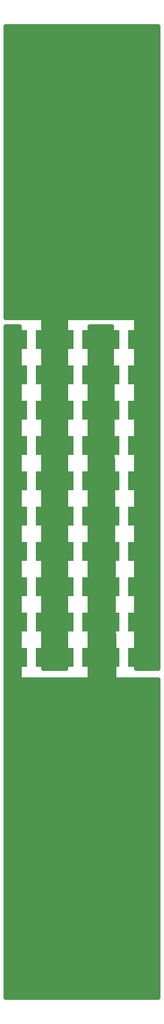
<source format=gbr>
G04 DipTrace 2.3.0.3*
%INTop.gbr*%
%MOMM*%
%ADD13C,0.635*%
%ADD14R,1.6X2.7*%
%ADD15R,13.0X13.0*%
%FSLAX53Y53*%
G04*
G71*
G90*
G75*
G01*
%LNTop*%
%LPD*%
X-10096Y6353D2*
D13*
X11684D1*
X-10096Y5722D2*
X11684D1*
X-10096Y5090D2*
X11684D1*
X-10096Y4458D2*
X11684D1*
X-10096Y3827D2*
X11684D1*
X-10096Y3195D2*
X11684D1*
X-10096Y2563D2*
X11684D1*
X-10096Y1932D2*
X11684D1*
X-10096Y1300D2*
X11684D1*
X-10096Y668D2*
X11684D1*
X-10096Y37D2*
X11684D1*
X-10096Y-595D2*
X11684D1*
X-10096Y-1227D2*
X11684D1*
X-10096Y-1858D2*
X11684D1*
X-10096Y-2490D2*
X11684D1*
X-10096Y-3122D2*
X11684D1*
X-10096Y-3753D2*
X11684D1*
X-10096Y-4385D2*
X11684D1*
X-10096Y-5017D2*
X11684D1*
X-10096Y-5648D2*
X11684D1*
X-10096Y-6280D2*
X11684D1*
X-10096Y-6912D2*
X11684D1*
X-10096Y-7543D2*
X11684D1*
X-10096Y-8175D2*
X11684D1*
X-10096Y-8807D2*
X11684D1*
X-10096Y-9438D2*
X11684D1*
X-10096Y-10070D2*
X11684D1*
X-10096Y-10702D2*
X11684D1*
X-10096Y-11333D2*
X11684D1*
X-10096Y-11965D2*
X11684D1*
X-10096Y-12597D2*
X11684D1*
X-10096Y-13228D2*
X11684D1*
X-10096Y-13860D2*
X11684D1*
X-10096Y-14492D2*
X11684D1*
X-10096Y-15123D2*
X11684D1*
X-10096Y-15755D2*
X11684D1*
X-10096Y-16387D2*
X11684D1*
X-10096Y-17018D2*
X11684D1*
X-10096Y-17650D2*
X11684D1*
X-10096Y-18282D2*
X11684D1*
X-10096Y-18913D2*
X11684D1*
X-10096Y-19545D2*
X11684D1*
X-10096Y-20177D2*
X11684D1*
X-10096Y-20808D2*
X11684D1*
X-10096Y-21440D2*
X11684D1*
X-10096Y-22072D2*
X11684D1*
X-10096Y-22703D2*
X11684D1*
X-10096Y-23335D2*
X11684D1*
X-10096Y-23967D2*
X11684D1*
X-10096Y-24598D2*
X11684D1*
X-10096Y-25230D2*
X11684D1*
X-10096Y-25862D2*
X11684D1*
X-10096Y-26493D2*
X11684D1*
X-10096Y-27125D2*
X11684D1*
X-10096Y-27757D2*
X11684D1*
X-10096Y-28388D2*
X11684D1*
X-10096Y-29020D2*
X11684D1*
X-10096Y-29652D2*
X11684D1*
X-10096Y-30283D2*
X11684D1*
X-10096Y-30915D2*
X11684D1*
X-10096Y-31547D2*
X11684D1*
X-10096Y-32178D2*
X11684D1*
X-10096Y-32810D2*
X11684D1*
X-10096Y-33442D2*
X11684D1*
X-10096Y-34073D2*
X11684D1*
X-10096Y-34705D2*
X11684D1*
X-4704Y-35337D2*
X-1646D1*
X8631D2*
X11684D1*
X-4704Y-35968D2*
X-1646D1*
X8631D2*
X11684D1*
X-4704Y-36600D2*
X-1646D1*
X8631D2*
X11684D1*
X-4704Y-37232D2*
X-1646D1*
X8631D2*
X11684D1*
X-4704Y-37863D2*
X-1646D1*
X8631D2*
X11684D1*
X-4704Y-38495D2*
X-1646D1*
X8631D2*
X11684D1*
X-4704Y-39127D2*
X-1646D1*
X8631D2*
X11684D1*
X-4704Y-39758D2*
X-1646D1*
X8631D2*
X11684D1*
X-4704Y-40390D2*
X-1646D1*
X8631D2*
X11684D1*
X-4704Y-41022D2*
X-1646D1*
X8631D2*
X11684D1*
X-4704Y-41653D2*
X-1646D1*
X8631D2*
X11684D1*
X-4704Y-42285D2*
X-1646D1*
X8631D2*
X11684D1*
X-4704Y-42917D2*
X-1646D1*
X8631D2*
X11684D1*
X-4704Y-43548D2*
X-1646D1*
X8631D2*
X11684D1*
X-4704Y-44180D2*
X-1646D1*
X8631D2*
X11684D1*
X-4704Y-44812D2*
X-1646D1*
X8631D2*
X11684D1*
X-4704Y-45443D2*
X-1646D1*
X8631D2*
X11684D1*
X-4704Y-46075D2*
X-1646D1*
X8631D2*
X11684D1*
X-4704Y-46707D2*
X-1646D1*
X8631D2*
X11684D1*
X-4704Y-47338D2*
X-1646D1*
X8631D2*
X11684D1*
X-4704Y-47970D2*
X-1646D1*
X8631D2*
X11684D1*
X-4704Y-48602D2*
X-1646D1*
X8631D2*
X11684D1*
X-4704Y-49233D2*
X-1646D1*
X8631D2*
X11684D1*
X-4704Y-49865D2*
X-1646D1*
X8631D2*
X11684D1*
X-4704Y-50497D2*
X-1646D1*
X8631D2*
X11684D1*
X-4704Y-51128D2*
X-1646D1*
X8631D2*
X11684D1*
X-4704Y-51760D2*
X-1646D1*
X8631D2*
X11684D1*
X-4704Y-52392D2*
X-1646D1*
X8631D2*
X11684D1*
X-4704Y-53023D2*
X-1646D1*
X8631D2*
X11684D1*
X-4704Y-53655D2*
X-1646D1*
X8631D2*
X11684D1*
X-4704Y-54287D2*
X-1646D1*
X8631D2*
X11684D1*
X-4704Y-54918D2*
X-1646D1*
X8631D2*
X11684D1*
X-4704Y-55550D2*
X-1646D1*
X8631D2*
X11684D1*
X-4704Y-56182D2*
X-1646D1*
X8631D2*
X11684D1*
X-4704Y-56813D2*
X-1646D1*
X8631D2*
X11684D1*
X-4704Y-57445D2*
X-1646D1*
X8631D2*
X11684D1*
X-4704Y-58077D2*
X-1646D1*
X8631D2*
X11684D1*
X-4704Y-58708D2*
X-1646D1*
X8631D2*
X11684D1*
X-4704Y-59340D2*
X-1646D1*
X8631D2*
X11684D1*
X-4704Y-59972D2*
X-1646D1*
X8631D2*
X11684D1*
X-4704Y-60603D2*
X-1646D1*
X8631D2*
X11684D1*
X-4704Y-61235D2*
X-1646D1*
X8631D2*
X11684D1*
X-4704Y-61867D2*
X-1646D1*
X8631D2*
X11684D1*
X-4704Y-62498D2*
X-1646D1*
X8631D2*
X11684D1*
X-4704Y-63130D2*
X-1646D1*
X8631D2*
X11684D1*
X-4704Y-63762D2*
X-1646D1*
X8631D2*
X11684D1*
X-4704Y-64393D2*
X-1646D1*
X8631D2*
X11684D1*
X-4704Y-65025D2*
X-1646D1*
X8631D2*
X11684D1*
X-4704Y-65657D2*
X-1646D1*
X8631D2*
X11684D1*
X-4704Y-66288D2*
X-1646D1*
X8631D2*
X11684D1*
X-4704Y-66920D2*
X-1646D1*
X8631D2*
X11684D1*
X-4704Y-67552D2*
X-1646D1*
X8631D2*
X11684D1*
X-4704Y-68183D2*
X-1646D1*
X8631D2*
X11684D1*
X-4704Y-68815D2*
X-1646D1*
X8631D2*
X11684D1*
X-4704Y-69447D2*
X-1646D1*
X8631D2*
X11684D1*
X-4704Y-70078D2*
X-1646D1*
X8631D2*
X11684D1*
X-4704Y-70710D2*
X-1646D1*
X8631D2*
X11684D1*
X-4704Y-71342D2*
X-1646D1*
X8631D2*
X11684D1*
X-4704Y-71973D2*
X-1646D1*
X8631D2*
X11684D1*
X-4704Y-72605D2*
X-1646D1*
X8631D2*
X11684D1*
X-4704Y-73237D2*
X-1646D1*
X8631D2*
X11684D1*
X-4704Y-73868D2*
X-1646D1*
X8631D2*
X11684D1*
X-4704Y-74500D2*
X-1646D1*
X8631D2*
X11684D1*
X-4704Y-75132D2*
X-1646D1*
X8631D2*
X11684D1*
X-4704Y-75763D2*
X-1646D1*
X8631D2*
X11684D1*
X-4704Y-76395D2*
X-1646D1*
X8631D2*
X11684D1*
X-4704Y-77027D2*
X-1646D1*
X8631D2*
X11684D1*
X-4704Y-77658D2*
X-1646D1*
X8631D2*
X11684D1*
X-4704Y-78290D2*
X-1646D1*
X8631D2*
X11684D1*
X-4704Y-78922D2*
X-1646D1*
X8631D2*
X11684D1*
X-4704Y-79553D2*
X-1646D1*
X8631D2*
X11684D1*
X-4704Y-80185D2*
X-1646D1*
X8631D2*
X11684D1*
X-4704Y-80817D2*
X-1646D1*
X8631D2*
X11684D1*
X-4704Y-81448D2*
X-1646D1*
X8631D2*
X11684D1*
X-4704Y-82080D2*
X-1646D1*
X8631D2*
X11684D1*
X-4704Y-82712D2*
X-1646D1*
X8631D2*
X11684D1*
X-4704Y-83343D2*
X-1646D1*
X8631D2*
X11684D1*
X-4704Y-83975D2*
X-1646D1*
X8631D2*
X11684D1*
X-4704Y-84607D2*
X-1646D1*
X8631D2*
X11684D1*
X-4704Y-85238D2*
X-1646D1*
X8631D2*
X11684D1*
X-4762Y-35242D2*
Y-85408D1*
X-1587D1*
Y-35242D1*
X-1432Y-34975D1*
X-1270Y-34925D1*
X8255D1*
X8523Y-35080D1*
X8572Y-35242D1*
Y-85408D1*
X11748D1*
Y6985D1*
X-10160D1*
Y-34925D1*
X-5080D1*
X-4812Y-35080D1*
X-4765Y-35202D1*
X-10096Y-36827D2*
X-8314D1*
X1964D2*
X5021D1*
X-10096Y-37458D2*
X-8314D1*
X1964D2*
X5021D1*
X-10096Y-38090D2*
X-8314D1*
X1964D2*
X5031D1*
X-10096Y-38722D2*
X-8314D1*
X1964D2*
X5031D1*
X-10096Y-39353D2*
X-8314D1*
X1964D2*
X5041D1*
X-10096Y-39985D2*
X-8314D1*
X1964D2*
X5041D1*
X-10096Y-40617D2*
X-8314D1*
X1964D2*
X5041D1*
X-10096Y-41248D2*
X-8314D1*
X1964D2*
X5051D1*
X-10096Y-41880D2*
X-8314D1*
X1964D2*
X5051D1*
X-10096Y-42512D2*
X-8314D1*
X1964D2*
X5061D1*
X-10096Y-43143D2*
X-8314D1*
X1964D2*
X5061D1*
X-10096Y-43775D2*
X-8314D1*
X1964D2*
X5061D1*
X-10096Y-44407D2*
X-8314D1*
X1964D2*
X5071D1*
X-10096Y-45038D2*
X-8314D1*
X1964D2*
X5071D1*
X-10096Y-45670D2*
X-8314D1*
X1964D2*
X5081D1*
X-10096Y-46302D2*
X-8314D1*
X1964D2*
X5081D1*
X-10096Y-46933D2*
X-8314D1*
X1964D2*
X5081D1*
X-10096Y-47565D2*
X-8314D1*
X1964D2*
X5091D1*
X-10096Y-48197D2*
X-8314D1*
X1964D2*
X5091D1*
X-10096Y-48828D2*
X-8314D1*
X1964D2*
X5101D1*
X-10096Y-49460D2*
X-8314D1*
X1964D2*
X5101D1*
X-10096Y-50092D2*
X-8314D1*
X1964D2*
X5101D1*
X-10096Y-50723D2*
X-8314D1*
X1964D2*
X5111D1*
X-10096Y-51355D2*
X-8314D1*
X1964D2*
X5111D1*
X-10096Y-51987D2*
X-8314D1*
X1964D2*
X5121D1*
X-10096Y-52618D2*
X-8314D1*
X1964D2*
X5121D1*
X-10096Y-53250D2*
X-8314D1*
X1964D2*
X5121D1*
X-10096Y-53882D2*
X-8314D1*
X1964D2*
X5131D1*
X-10096Y-54513D2*
X-8314D1*
X1964D2*
X5131D1*
X-10096Y-55145D2*
X-8314D1*
X1964D2*
X5141D1*
X-10096Y-55777D2*
X-8314D1*
X1964D2*
X5141D1*
X-10096Y-56408D2*
X-8314D1*
X1964D2*
X5141D1*
X-10096Y-57040D2*
X-8314D1*
X1964D2*
X5150D1*
X-10096Y-57672D2*
X-8314D1*
X1964D2*
X5150D1*
X-10096Y-58303D2*
X-8314D1*
X1964D2*
X5160D1*
X-10096Y-58935D2*
X-8314D1*
X1964D2*
X5160D1*
X-10096Y-59567D2*
X-8314D1*
X1964D2*
X5160D1*
X-10096Y-60198D2*
X-8314D1*
X1964D2*
X5170D1*
X-10096Y-60830D2*
X-8314D1*
X1964D2*
X5170D1*
X-10096Y-61462D2*
X-8314D1*
X1964D2*
X5180D1*
X-10096Y-62093D2*
X-8314D1*
X1964D2*
X5180D1*
X-10096Y-62725D2*
X-8314D1*
X1964D2*
X5180D1*
X-10096Y-63357D2*
X-8314D1*
X1964D2*
X5190D1*
X-10096Y-63988D2*
X-8314D1*
X1964D2*
X5190D1*
X-10096Y-64620D2*
X-8314D1*
X1964D2*
X5200D1*
X-10096Y-65252D2*
X-8314D1*
X1964D2*
X5200D1*
X-10096Y-65883D2*
X-8314D1*
X1964D2*
X5200D1*
X-10096Y-66515D2*
X-8314D1*
X1964D2*
X5210D1*
X-10096Y-67147D2*
X-8314D1*
X1964D2*
X5210D1*
X-10096Y-67778D2*
X-8314D1*
X1964D2*
X5220D1*
X-10096Y-68410D2*
X-8314D1*
X1964D2*
X5220D1*
X-10096Y-69042D2*
X-8314D1*
X1964D2*
X5220D1*
X-10096Y-69673D2*
X-8314D1*
X1964D2*
X5230D1*
X-10096Y-70305D2*
X-8314D1*
X1964D2*
X5230D1*
X-10096Y-70937D2*
X-8314D1*
X1964D2*
X5240D1*
X-10096Y-71568D2*
X-8314D1*
X1964D2*
X5240D1*
X-10096Y-72200D2*
X-8314D1*
X1964D2*
X5240D1*
X-10096Y-72832D2*
X-8314D1*
X1964D2*
X5250D1*
X-10096Y-73463D2*
X-8314D1*
X1964D2*
X5250D1*
X-10096Y-74095D2*
X-8314D1*
X1964D2*
X5260D1*
X-10096Y-74727D2*
X-8314D1*
X1964D2*
X5260D1*
X-10096Y-75358D2*
X-8314D1*
X1964D2*
X5260D1*
X-10096Y-75990D2*
X-8314D1*
X1964D2*
X5270D1*
X-10096Y-76622D2*
X-8314D1*
X1964D2*
X5270D1*
X-10096Y-77253D2*
X-8314D1*
X1964D2*
X5279D1*
X-10096Y-77885D2*
X-8314D1*
X1964D2*
X5279D1*
X-10096Y-78517D2*
X-8314D1*
X1964D2*
X5279D1*
X-10096Y-79148D2*
X-8314D1*
X1964D2*
X5289D1*
X-10096Y-79780D2*
X-8314D1*
X1964D2*
X5289D1*
X-10096Y-80412D2*
X-8314D1*
X1964D2*
X5299D1*
X-10096Y-81043D2*
X-8314D1*
X1964D2*
X5299D1*
X-10096Y-81675D2*
X-8314D1*
X1964D2*
X5299D1*
X-10096Y-82307D2*
X-8314D1*
X1964D2*
X5309D1*
X-10096Y-82938D2*
X-8314D1*
X1964D2*
X5309D1*
X-10096Y-83570D2*
X-8314D1*
X1964D2*
X5319D1*
X-10096Y-84202D2*
X-8314D1*
X1964D2*
X5319D1*
X-10096Y-84833D2*
X-8314D1*
X1964D2*
X5319D1*
X-10096Y-85465D2*
X-8314D1*
X1964D2*
X5329D1*
X-10096Y-86097D2*
X-8314D1*
X1964D2*
X5329D1*
X-10096Y-86728D2*
X-8314D1*
X1964D2*
X5339D1*
X-10096Y-87360D2*
X11689D1*
X-10096Y-87992D2*
X11689D1*
X-10096Y-88623D2*
X11689D1*
X-10096Y-89255D2*
X11689D1*
X-10096Y-89887D2*
X11689D1*
X-10096Y-90518D2*
X11689D1*
X-10096Y-91150D2*
X11689D1*
X-10096Y-91782D2*
X11689D1*
X-10096Y-92413D2*
X11689D1*
X-10096Y-93045D2*
X11689D1*
X-10096Y-93677D2*
X11689D1*
X-10096Y-94308D2*
X11689D1*
X-10096Y-94940D2*
X11689D1*
X-10096Y-95572D2*
X11689D1*
X-10096Y-96203D2*
X11689D1*
X-10096Y-96835D2*
X11689D1*
X-10096Y-97467D2*
X11689D1*
X-10096Y-98098D2*
X11689D1*
X-10096Y-98730D2*
X11689D1*
X-10096Y-99362D2*
X11689D1*
X-10096Y-99993D2*
X11689D1*
X-10096Y-100625D2*
X11689D1*
X-10096Y-101257D2*
X11689D1*
X-10096Y-101888D2*
X11689D1*
X-10096Y-102520D2*
X11689D1*
X-10096Y-103152D2*
X11689D1*
X-10096Y-103783D2*
X11689D1*
X-10096Y-104415D2*
X11689D1*
X-10096Y-105047D2*
X11689D1*
X-10096Y-105678D2*
X11689D1*
X-10096Y-106310D2*
X11689D1*
X-10096Y-106942D2*
X11689D1*
X-10096Y-107573D2*
X11689D1*
X-10096Y-108205D2*
X11689D1*
X-10096Y-108837D2*
X11689D1*
X-10096Y-109468D2*
X11689D1*
X-10096Y-110100D2*
X11689D1*
X-10096Y-110732D2*
X11689D1*
X-10096Y-111363D2*
X11689D1*
X-10096Y-111995D2*
X11689D1*
X-10096Y-112627D2*
X11689D1*
X-10096Y-113258D2*
X11689D1*
X-10096Y-113890D2*
X11689D1*
X-10096Y-114522D2*
X11689D1*
X-10096Y-115153D2*
X11689D1*
X-10096Y-115785D2*
X11689D1*
X-10096Y-116417D2*
X11689D1*
X-10096Y-117048D2*
X11689D1*
X-10096Y-117680D2*
X11689D1*
X-10096Y-118312D2*
X11689D1*
X-10096Y-118943D2*
X11689D1*
X-10096Y-119575D2*
X11689D1*
X-10096Y-120207D2*
X11689D1*
X-10096Y-120838D2*
X11689D1*
X-10096Y-121470D2*
X11689D1*
X-10096Y-122102D2*
X11689D1*
X-10096Y-122733D2*
X11689D1*
X-10096Y-123365D2*
X11689D1*
X-10096Y-123997D2*
X11689D1*
X-10096Y-124628D2*
X11689D1*
X-10096Y-125260D2*
X11689D1*
X-10096Y-125892D2*
X11689D1*
X-10096Y-126523D2*
X11689D1*
X-10096Y-127155D2*
X11689D1*
X-10096Y-127787D2*
X11689D1*
X-10096Y-128418D2*
X11689D1*
X-10096Y-129050D2*
X11689D1*
X-10096Y-129682D2*
X11689D1*
X-10096Y-130313D2*
X11689D1*
X-10096Y-130945D2*
X11689D1*
X-10096Y-131577D2*
X11689D1*
X-10096Y-132208D2*
X11689D1*
X-10160Y-36512D2*
Y-132715D1*
X11748D1*
X11747Y-86995D1*
X5715D1*
X5447Y-86840D1*
X5398Y-86679D1*
X5080Y-36195D1*
X1905D1*
Y-86668D1*
X1876Y-86810D1*
X1632Y-86992D1*
X-7937Y-86995D1*
X-8205Y-86840D1*
X-8255Y-86677D1*
Y-36195D1*
X-10160D1*
Y-36512D1*
D14*
X-7937Y-38100D3*
X-5137D3*
X1587D3*
X-1212D3*
X5398D3*
X8197D3*
X5398Y-83820D3*
X8197D3*
X5398Y-68580D3*
X8197D3*
X-7937Y-48260D3*
X-5137D3*
X1587D3*
X-1212D3*
X5398D3*
X8197D3*
X-7937Y-83820D3*
X-5137D3*
X5398Y-78740D3*
X8197D3*
X-7937Y-43180D3*
X-5137D3*
X1587D3*
X-1212D3*
X5398D3*
X8197D3*
X1587Y-83820D3*
X-1212D3*
X5398Y-73660D3*
X8197D3*
X-7937Y-53340D3*
X-5137D3*
X1587D3*
X-1212D3*
X5398D3*
X8197D3*
X-7937Y-68580D3*
X-5137D3*
X1587D3*
X-1212D3*
X-7937Y-58420D3*
X-5137D3*
X1587D3*
X-1212D3*
X5398D3*
X8197D3*
X-7937Y-73660D3*
X-5137D3*
X1587D3*
X-1212D3*
X-7937Y-63500D3*
X-5137D3*
X1587D3*
X-1212D3*
X5398D3*
X8197D3*
X-7937Y-78740D3*
X-5137D3*
X1587D3*
X-1212D3*
D15*
X0Y-126000D3*
Y0D3*
M02*

</source>
